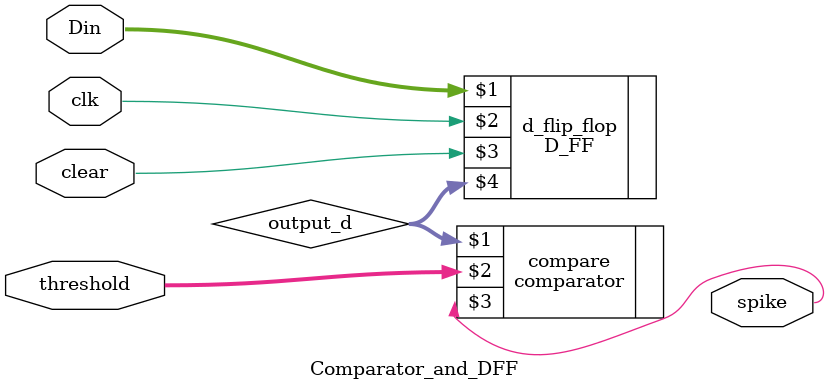
<source format=v>
module Comparator_and_DFF(input signed [7:0] Din,input clk,input clear, input signed [7:0] threshold,output spike);
  wire [7:0] output_d;
D_FF d_flip_flop(Din,clk,clear,output_d);
comparator compare(output_d,threshold,spike);
endmodule

</source>
